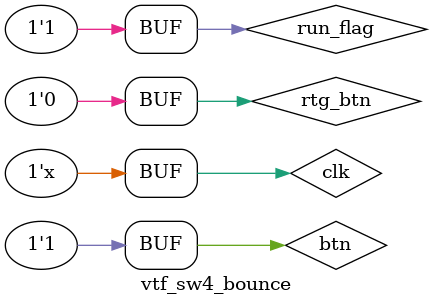
<source format=v>
`timescale 1ns / 1ps

module vtf_sw4_bounce;

	// Inputs
	reg clk;
	reg btn;
	reg run_flag;
	reg rtg_btn;

	// Outputs
	wire size_flag_out;

	// Instantiate the Unit Under Test (UUT)
	sw4_debounce uut (
		.clk(clk), 
		.btn(btn), 
		.run_flag(run_flag), 
		.rtg_btn(rtg_btn), 
		.size_flag(size_flag_out)
	);

	initial begin
		// Initialize Inputs
		clk = 0;
		btn = 0;
		run_flag = 0;
		rtg_btn = 0;
		
		#86214 
		btn <= ~btn;
		#86214
		btn <= ~btn;
		#86214
		btn <= ~btn;
		#86214
		btn <= ~btn;
		#86214
		btn <= ~btn;
		#86214
		btn <= ~btn;
		#86214
		btn <= ~btn;
		#86214
		btn <= 1;
		#1310720
		btn <= 0;
		#86214 
		btn <= ~btn;
		#86214
		btn <= ~btn;
		#86214
		btn <= ~btn;
		#86214
		btn <= ~btn;
		#86214
		btn <= ~btn;
		#86214
		btn <= ~btn;
		
		// második változat run_flag-gel
		#131072
		run_flag <= 1;
		#86214 
		btn <= ~btn;
		#86214
		btn <= ~btn;
		#86214
		btn <= ~btn;
		#86214
		btn <= ~btn;
		#86214
		btn <= ~btn;
		#86214
		btn <= ~btn;
		#86214
		btn <= ~btn;
		#86214
		btn <= 1;
		#1310720
		btn <= 0;
		#86214 
		btn <= ~btn;
		#86214
		btn <= ~btn;
		#86214
		btn <= ~btn;
		#86214
		btn <= ~btn;
		#86214
		btn <= ~btn;
		#86214
		btn <= ~btn;
	end

	//clk
	always #5
		clk <= ~clk;
		
	always #262144
		rtg_btn <= 1;
		
	always #262144 begin
		#5
		rtg_btn <= 0;
	end

endmodule


</source>
